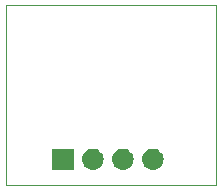
<source format=gbr>
G04 #@! TF.GenerationSoftware,KiCad,Pcbnew,(5.1.4)-1*
G04 #@! TF.CreationDate,2020-05-14T15:58:35+02:00*
G04 #@! TF.ProjectId,sts21,73747332-312e-46b6-9963-61645f706362,rev?*
G04 #@! TF.SameCoordinates,Original*
G04 #@! TF.FileFunction,Soldermask,Bot*
G04 #@! TF.FilePolarity,Negative*
%FSLAX46Y46*%
G04 Gerber Fmt 4.6, Leading zero omitted, Abs format (unit mm)*
G04 Created by KiCad (PCBNEW (5.1.4)-1) date 2020-05-14 15:58:35*
%MOMM*%
%LPD*%
G04 APERTURE LIST*
%ADD10C,0.100000*%
G04 APERTURE END LIST*
D10*
X122047000Y-92710000D02*
X122047000Y-77470000D01*
X139827000Y-92710000D02*
X122047000Y-92710000D01*
X139827000Y-77470000D02*
X139827000Y-92710000D01*
X122047000Y-77470000D02*
X139827000Y-77470000D01*
G36*
X134603443Y-89656519D02*
G01*
X134669627Y-89663037D01*
X134839466Y-89714557D01*
X134995991Y-89798222D01*
X135031729Y-89827552D01*
X135133186Y-89910814D01*
X135216448Y-90012271D01*
X135245778Y-90048009D01*
X135329443Y-90204534D01*
X135380963Y-90374373D01*
X135398359Y-90551000D01*
X135380963Y-90727627D01*
X135329443Y-90897466D01*
X135245778Y-91053991D01*
X135216448Y-91089729D01*
X135133186Y-91191186D01*
X135031729Y-91274448D01*
X134995991Y-91303778D01*
X134839466Y-91387443D01*
X134669627Y-91438963D01*
X134603443Y-91445481D01*
X134537260Y-91452000D01*
X134448740Y-91452000D01*
X134382557Y-91445481D01*
X134316373Y-91438963D01*
X134146534Y-91387443D01*
X133990009Y-91303778D01*
X133954271Y-91274448D01*
X133852814Y-91191186D01*
X133769552Y-91089729D01*
X133740222Y-91053991D01*
X133656557Y-90897466D01*
X133605037Y-90727627D01*
X133587641Y-90551000D01*
X133605037Y-90374373D01*
X133656557Y-90204534D01*
X133740222Y-90048009D01*
X133769552Y-90012271D01*
X133852814Y-89910814D01*
X133954271Y-89827552D01*
X133990009Y-89798222D01*
X134146534Y-89714557D01*
X134316373Y-89663037D01*
X134382557Y-89656519D01*
X134448740Y-89650000D01*
X134537260Y-89650000D01*
X134603443Y-89656519D01*
X134603443Y-89656519D01*
G37*
G36*
X132063443Y-89656519D02*
G01*
X132129627Y-89663037D01*
X132299466Y-89714557D01*
X132455991Y-89798222D01*
X132491729Y-89827552D01*
X132593186Y-89910814D01*
X132676448Y-90012271D01*
X132705778Y-90048009D01*
X132789443Y-90204534D01*
X132840963Y-90374373D01*
X132858359Y-90551000D01*
X132840963Y-90727627D01*
X132789443Y-90897466D01*
X132705778Y-91053991D01*
X132676448Y-91089729D01*
X132593186Y-91191186D01*
X132491729Y-91274448D01*
X132455991Y-91303778D01*
X132299466Y-91387443D01*
X132129627Y-91438963D01*
X132063443Y-91445481D01*
X131997260Y-91452000D01*
X131908740Y-91452000D01*
X131842557Y-91445481D01*
X131776373Y-91438963D01*
X131606534Y-91387443D01*
X131450009Y-91303778D01*
X131414271Y-91274448D01*
X131312814Y-91191186D01*
X131229552Y-91089729D01*
X131200222Y-91053991D01*
X131116557Y-90897466D01*
X131065037Y-90727627D01*
X131047641Y-90551000D01*
X131065037Y-90374373D01*
X131116557Y-90204534D01*
X131200222Y-90048009D01*
X131229552Y-90012271D01*
X131312814Y-89910814D01*
X131414271Y-89827552D01*
X131450009Y-89798222D01*
X131606534Y-89714557D01*
X131776373Y-89663037D01*
X131842557Y-89656519D01*
X131908740Y-89650000D01*
X131997260Y-89650000D01*
X132063443Y-89656519D01*
X132063443Y-89656519D01*
G37*
G36*
X129523443Y-89656519D02*
G01*
X129589627Y-89663037D01*
X129759466Y-89714557D01*
X129915991Y-89798222D01*
X129951729Y-89827552D01*
X130053186Y-89910814D01*
X130136448Y-90012271D01*
X130165778Y-90048009D01*
X130249443Y-90204534D01*
X130300963Y-90374373D01*
X130318359Y-90551000D01*
X130300963Y-90727627D01*
X130249443Y-90897466D01*
X130165778Y-91053991D01*
X130136448Y-91089729D01*
X130053186Y-91191186D01*
X129951729Y-91274448D01*
X129915991Y-91303778D01*
X129759466Y-91387443D01*
X129589627Y-91438963D01*
X129523443Y-91445481D01*
X129457260Y-91452000D01*
X129368740Y-91452000D01*
X129302557Y-91445481D01*
X129236373Y-91438963D01*
X129066534Y-91387443D01*
X128910009Y-91303778D01*
X128874271Y-91274448D01*
X128772814Y-91191186D01*
X128689552Y-91089729D01*
X128660222Y-91053991D01*
X128576557Y-90897466D01*
X128525037Y-90727627D01*
X128507641Y-90551000D01*
X128525037Y-90374373D01*
X128576557Y-90204534D01*
X128660222Y-90048009D01*
X128689552Y-90012271D01*
X128772814Y-89910814D01*
X128874271Y-89827552D01*
X128910009Y-89798222D01*
X129066534Y-89714557D01*
X129236373Y-89663037D01*
X129302557Y-89656519D01*
X129368740Y-89650000D01*
X129457260Y-89650000D01*
X129523443Y-89656519D01*
X129523443Y-89656519D01*
G37*
G36*
X127774000Y-91452000D02*
G01*
X125972000Y-91452000D01*
X125972000Y-89650000D01*
X127774000Y-89650000D01*
X127774000Y-91452000D01*
X127774000Y-91452000D01*
G37*
M02*

</source>
